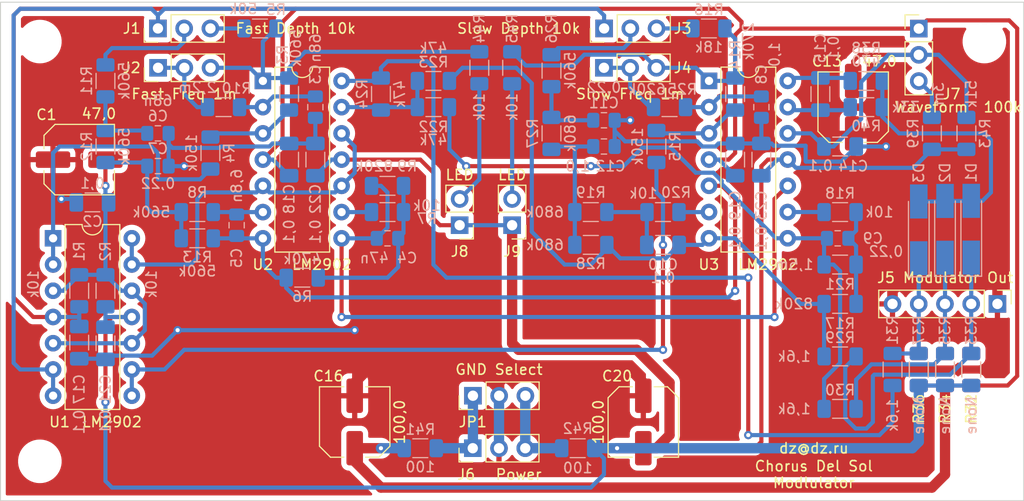
<source format=kicad_pcb>
(kicad_pcb (version 20211014) (generator pcbnew)
  (layers (0 "F.Cu" signal) (31 "B.Cu" signal) (34 "B.Paste" user) (35 "F.Paste" user) (36 "B.SilkS" user "B.Silkscreen") (37 "F.SilkS" user "F.Silkscreen") (38 "B.Mask" user) (39 "F.Mask" user) (44 "Edge.Cuts" user))
  (net 0 "")
  (net 1 "GND")
  (net 2 "Net-(C1-Pad2)")
  (net 3 "Net-(C3-Pad2)")
  (net 4 "Net-(C4-Pad1)")
  (net 5 "Net-(C4-Pad2)")
  (net 6 "Net-(C5-Pad1)")
  (net 7 "Net-(C5-Pad2)")
  (net 8 "Net-(C6-Pad2)")
  (net 9 "Net-(C7-Pad2)")
  (net 10 "Net-(C8-Pad2)")
  (net 11 "Net-(C9-Pad1)")
  (net 12 "Net-(C9-Pad2)")
  (net 13 "Net-(C10-Pad1)")
  (net 14 "Net-(C10-Pad2)")
  (net 15 "Net-(C11-Pad2)")
  (net 16 "Net-(C12-Pad2)")
  (net 17 "Net-(C13-Pad2)")
  (net 18 "Net-(C15-Pad1)")
  (net 19 "Net-(C15-Pad2)")
  (net 20 "/+V")
  (net 21 "/-V")
  (net 22 "/Mod A")
  (net 23 "Net-(D1-Pad2)")
  (net 24 "/Mod B")
  (net 25 "/Mod C")
  (net 26 "/1{slash}2 B")
  (net 27 "Net-(J1-Pad2)")
  (net 28 "Net-(J1-Pad3)")
  (net 29 "Net-(J2-Pad1)")
  (net 30 "Net-(J2-Pad3)")
  (net 31 "Net-(J3-Pad2)")
  (net 32 "Net-(J3-Pad3)")
  (net 33 "Net-(J4-Pad1)")
  (net 34 "Net-(J4-Pad3)")
  (net 35 "+15V")
  (net 36 "-15V")
  (net 37 "Net-(R3-Pad1)")
  (net 38 "/1{slash}2 A")
  (net 39 "Net-(R7-Pad2)")
  (net 40 "Net-(R14-Pad1)")
  (net 41 "/1{slash}2 C")
  (net 42 "Net-(R18-Pad2)")
  (net 43 "Net-(R20-Pad2)")
  (net 44 "Net-(R22-Pad2)")
  (net 45 "Net-(R24-Pad1)")
  (net 46 "Net-(R39-Pad1)")
  (net 47 "/1{slash}2 D")
  (net 48 "Net-(J8-Pad2)")
  (net 49 "Net-(J9-Pad2)")
  (footprint "MountingHole:MountingHole_3.2mm_M3" (layer "F.Cu") (at 36.83 34.29)
    (fp_text reference "H1" hide)
    (fp_text value "MountingHole" hide)
  )
  (footprint "Connector_PinHeader_2.54mm:PinHeader_1x03_P2.54mm_Vertical" (layer "F.Cu") (at 78.755 68.58 90)
    (fp_text reference "JP1")
    (fp_text value "GND Select")
  )
  (footprint "Package_DIP:DIP-14_W7.62mm" (layer "F.Cu") (at 58.42 38.1)
    (fp_text reference "U2")
    (fp_text value "LM2902")
  )
  (footprint "MountingHole:MountingHole_3.2mm_M3" (layer "F.Cu") (at 128.27 74.93)
    (fp_text reference "H2" hide)
    (fp_text value "MountingHole" hide)
  )
  (footprint "Connector_PinHeader_2.54mm:PinHeader_1x03_P2.54mm_Vertical" (layer "F.Cu") (at 48.26 33.02 90)
    (fp_text reference "J1")
    (fp_text value "Fast Depth 10k")
  )
  (footprint "Resistor_SMD:R_1206_3216Metric_Pad1.30x1.75mm_HandSolder" (layer "F.Cu") (at 127 66.04 90)
    (fp_text reference "R32")
    (fp_text value "2,4k")
  )
  (footprint "Capacitor_SMD:C_Elec_6.3x5.8" (layer "F.Cu") (at 115.57 40.64 90)
    (fp_text reference "C13")
    (fp_text value "47,0")
  )
  (footprint "Connector_PinHeader_2.54mm:PinHeader_1x03_P2.54mm_Vertical" (layer "F.Cu") (at 91.455 33.02 90)
    (fp_text reference "J3")
    (fp_text value "Slow Depth 10k")
  )
  (footprint "Connector_PinHeader_2.54mm:PinHeader_1x03_P2.54mm_Vertical" (layer "F.Cu") (at 121.92 33.035)
    (fp_text reference "J7")
    (fp_text value "Waveform  100k")
  )
  (footprint "Resistor_SMD:R_1206_3216Metric_Pad1.30x1.75mm_HandSolder" (layer "F.Cu") (at 124.46 66.04 90)
    (fp_text reference "R34")
    (fp_text value "2,4k")
  )
  (footprint "Capacitor_SMD:C_Elec_6.3x5.8" (layer "F.Cu") (at 67.31 71.12 90)
    (fp_text reference "C16")
    (fp_text value "100,0")
  )
  (footprint "Connector_PinHeader_2.54mm:PinHeader_1x05_P2.54mm_Vertical" (layer "F.Cu") (at 129.535 59.69 -90)
    (fp_text reference "J5")
    (fp_text value "Modulator Out")
  )
  (footprint "Connector_PinHeader_2.54mm:PinHeader_1x03_P2.54mm_Vertical" (layer "F.Cu") (at 91.44 36.83 90)
    (fp_text reference "J4")
    (fp_text value "Slow Freq 1m")
  )
  (footprint "MountingHole:MountingHole_3.2mm_M3" (layer "F.Cu") (at 36.83 74.93)
    (fp_text reference "H3" hide)
    (fp_text value "MountingHole" hide)
  )
  (footprint "Capacitor_SMD:C_Elec_6.3x5.8" (layer "F.Cu") (at 95.25 71.12 -90)
    (fp_text reference "C20")
    (fp_text value "100,0")
  )
  (footprint "Resistor_SMD:R_1206_3216Metric_Pad1.30x1.75mm_HandSolder" (layer "F.Cu") (at 121.92 66.04 90)
    (fp_text reference "R36")
    (fp_text value "2,4k")
  )
  (footprint "MountingHole:MountingHole_3.2mm_M3" (layer "F.Cu") (at 128.27 34.29)
    (fp_text reference "H4" hide)
    (fp_text value "MountingHole" hide)
  )
  (footprint "Connector_PinHeader_2.54mm:PinHeader_1x03_P2.54mm_Vertical" (layer "F.Cu") (at 48.275 36.83 90)
    (fp_text reference "J2")
    (fp_text value "Fast Freq 1m")
  )
  (footprint "Package_DIP:DIP-14_W7.62mm" (layer "F.Cu") (at 101.61 38.095)
    (fp_text reference "U3")
    (fp_text value "LM2902")
  )
  (footprint "Connector_PinHeader_2.54mm:PinHeader_1x02_P2.54mm_Vertical" (layer "F.Cu") (at 82.55 52.07 180)
    (fp_text reference "J9")
    (fp_text value "LED")
  )
  (footprint "Connector_PinHeader_2.54mm:PinHeader_1x02_P2.54mm_Vertical" (layer "F.Cu") (at 77.47 52.07 180)
    (fp_text reference "J8")
    (fp_text value "LED")
  )
  (footprint "Capacitor_SMD:C_Elec_6.3x5.8" (layer "F.Cu") (at 40.64 45.72)
    (fp_text reference "C1")
    (fp_text value "47,0")
  )
  (footprint "Connector_PinHeader_2.54mm:PinHeader_1x03_P2.54mm_Vertical" (layer "F.Cu") (at 78.74 73.66 90)
    (fp_text reference "J6")
    (fp_text value "Power")
  )
  (footprint "Package_DIP:DIP-14_W7.62mm" (layer "F.Cu") (at 38.11 53.335)
    (fp_text reference "U1")
    (fp_text value "LM2902")
  )
  (footprint "Capacitor_SMD:C_0805_2012Metric_Pad1.18x1.45mm_HandSolder" (layer "B.Cu") (at 48.26 46.345 180)
    (fp_text reference "C7")
    (fp_text value "0,22")
  )
  (footprint "Resistor_SMD:R_1206_3216Metric_Pad1.30x1.75mm_HandSolder" (layer "B.Cu") (at 60.96 39.37 90)
    (fp_text reference "R3")
    (fp_text value "560k")
  )
  (footprint "Resistor_SMD:R_1206_3216Metric_Pad1.30x1.75mm_HandSolder" (layer "B.Cu") (at 74.93 40.64 180)
    (fp_text reference "R22")
    (fp_text value "47k")
  )
  (footprint "Resistor_SMD:R_1206_3216Metric_Pad1.30x1.75mm_HandSolder" (layer "B.Cu") (at 43.18 38.1 -90)
    (fp_text reference "R11")
    (fp_text value "560k")
  )
  (footprint "Resistor_SMD:R_1206_3216Metric_Pad1.30x1.75mm_HandSolder" (layer "B.Cu") (at 54.61 40.64 180)
    (fp_text reference "R10")
    (fp_text value "2,2m")
  )
  (footprint "Diode_SMD:D_MiniMELF_Handsoldering" (layer "B.Cu") (at 127 52.46 90)
    (fp_text reference "D1")
    (fp_text value "D")
  )
  (footprint "Capacitor_SMD:C_1206_3216Metric_Pad1.33x1.80mm_HandSolder" (layer "B.Cu") (at 43.18 63.5 90)
    (fp_text reference "C21")
    (fp_text value "0,1")
  )
  (footprint "Resistor_SMD:R_1206_3216Metric_Pad1.30x1.75mm_HandSolder" (layer "B.Cu") (at 79.375 36.83 -90)
    (fp_text reference "R44")
    (fp_text value "10k")
  )
  (footprint "Resistor_SMD:R_1206_3216Metric_Pad1.30x1.75mm_HandSolder" (layer "B.Cu") (at 70.485 50.8 180)
    (fp_text reference "R7")
    (fp_text value "10k")
  )
  (footprint "Resistor_SMD:R_1206_3216Metric_Pad1.30x1.75mm_HandSolder" (layer "B.Cu") (at 114.3 59.69 180)
    (fp_text reference "R17")
    (fp_text value "820k")
  )
  (footprint "Resistor_SMD:R_1206_3216Metric_Pad1.30x1.75mm_HandSolder" (layer "B.Cu") (at 58.14 33.02 180)
    (fp_text reference "R5")
    (fp_text value "50k")
  )
  (footprint "Capacitor_SMD:C_0805_2012Metric_Pad1.18x1.45mm_HandSolder" (layer "B.Cu") (at 91.44 41.91 180)
    (fp_text reference "C11")
    (fp_text value "0,22")
  )
  (footprint "Resistor_SMD:R_1206_3216Metric_Pad1.30x1.75mm_HandSolder" (layer "B.Cu") (at 86.36 37.11 -90)
    (fp_text reference "R26")
    (fp_text value "560k")
  )
  (footprint "Resistor_SMD:R_1206_3216Metric_Pad1.30x1.75mm_HandSolder" (layer "B.Cu") (at 90.17 53.975)
    (fp_text reference "R28")
    (fp_text value "680k")
  )
  (footprint "Resistor_SMD:R_1206_3216Metric_Pad1.30x1.75mm_HandSolder" (layer "B.Cu") (at 96.52 44.45 90)
    (fp_text reference "R15")
    (fp_text value "150k")
  )
  (footprint "Resistor_SMD:R_1206_3216Metric_Pad1.30x1.75mm_HandSolder" (layer "B.Cu") (at 69.85 39.37 -90)
    (fp_text reference "R24")
    (fp_text value "47k")
  )
  (footprint "Resistor_SMD:R_1206_3216Metric_Pad1.30x1.75mm_HandSolder" (layer "B.Cu") (at 123.19 43.18 -90)
    (fp_text reference "R39")
    (fp_text value "51k")
  )
  (footprint "Capacitor_SMD:C_1206_3216Metric_Pad1.33x1.80mm_HandSolder" (layer "B.Cu") (at 40.64 63.435 -90)
    (fp_text reference "C17")
    (fp_text value "0,1")
  )
  (footprint "Capacitor_SMD:C_0805_2012Metric_Pad1.18x1.45mm_HandSolder" (layer "B.Cu") (at 48.26 43.18 180)
    (fp_text reference "C6")
    (fp_text value "68n")
  )
  (footprint "Resistor_SMD:R_1206_3216Metric_Pad1.30x1.75mm_HandSolder" (layer "B.Cu") (at 104.14 39.37 90)
    (fp_text reference "R14")
    (fp_text value "270k")
  )
  (footprint "Diode_SMD:D_MiniMELF_Handsoldering" (layer "B.Cu") (at 124.46 52.47 90)
    (fp_text reference "D2")
    (fp_text value "D")
  )
  (footprint "Capacitor_SMD:C_0805_2012Metric_Pad1.18x1.45mm_HandSolder" (layer "B.Cu") (at 63.5 40.64 90)
    (fp_text reference "C3")
    (fp_text value "68n")
  )
  (footprint "Resistor_SMD:R_1206_3216Metric_Pad1.30x1.75mm_HandSolder" (layer "B.Cu") (at 97.79 40.64 180)
    (fp_text reference "R25")
    (fp_text value "620k")
  )
  (footprint "Resistor_SMD:R_1206_3216Metric_Pad1.30x1.75mm_HandSolder" (layer "B.Cu") (at 73.66 73.66 180)
    (fp_text reference "R41")
    (fp_text value "100")
  )
  (footprint "Resistor_SMD:R_1206_3216Metric_Pad1.30x1.75mm_HandSolder" (layer "B.Cu") (at 124.46 66.04 90)
    (fp_text reference "R35")
    (fp_text value "None")
  )
  (footprint "Capacitor_SMD:C_1206_3216Metric_Pad1.33x1.80mm_HandSolder" (layer "B.Cu") (at 41.92 49.86)
    (fp_text reference "C2")
    (fp_text value "0,1")
  )
  (footprint "Resistor_SMD:R_1206_3216Metric_Pad1.30x1.75mm_HandSolder" (layer "B.Cu") (at 116.84 40.64)
    (fp_text reference "R40")
    (fp_text value "33k")
  )
  (footprint "Resistor_SMD:R_1206_3216Metric_Pad1.30x1.75mm_HandSolder" (layer "B.Cu") (at 40.64 58.42 90)
    (fp_text reference "R1")
    (fp_text value "10k")
  )
  (footprint "Capacitor_SMD:C_1206_3216Metric_Pad1.33x1.80mm_HandSolder" (layer "B.Cu") (at 112.395 39.37 -90)
    (fp_text reference "C15")
    (fp_text value "0,1")
  )
  (footprint "Resistor_SMD:R_1206_3216Metric_Pad1.30x1.75mm_HandSolder" (layer "B.Cu") (at 53.34 45.085 90)
    (fp_text reference "R4")
    (fp_text value "150k")
  )
  (footprint "Capacitor_SMD:C_1206_3216Metric_Pad1.33x1.80mm_HandSolder" (layer "B.Cu") (at 60.96 45.72 90)
    (fp_text reference "C18")
    (fp_text value "0,1")
  )
  (footprint "Resistor_SMD:R_1206_3216Metric_Pad1.30x1.75mm_HandSolder" (layer "B.Cu") (at 62.23 57.15)
    (fp_text reference "R6")
    (fp_text value "470k")
  )
  (footprint "Capacitor_SMD:C_1206_3216Metric_Pad1.33x1.80mm_HandSolder" (layer "B.Cu") (at 97.155 53.975 180)
    (fp_text reference "C10")
    (fp_text value "0,1")
  )
  (footprint "Resistor_SMD:R_1206_3216Metric_Pad1.30x1.75mm_HandSolder" (layer "B.Cu") (at 114.3 55.88)
    (fp_text reference "R21")
    (fp_text value "1,5m")
  )
  (footprint "Resistor_SMD:R_1206_3216Metric_Pad1.30x1.75mm_HandSolder" (layer "B.Cu") (at 114.3 69.85 180)
    (fp_text reference "R30")
    (fp_text value "1,6k")
  )
  (footprint "Diode_SMD:D_MiniMELF_Handsoldering" (layer "B.Cu") (at 121.92 52.52 90)
    (fp_text reference "D3")
    (fp_text value "D")
  )
  (footprint "Capacitor_SMD:C_1206_3216Metric_Pad1.33x1.80mm_HandSolder" (layer "B.Cu") (at 104.14 45.72 90)
    (fp_text reference "C19")
    (fp_text value "0,1")
  )
  (footprint "Resistor_SMD:R_1206_3216Metric_Pad1.30x1.75mm_HandSolder" (layer "B.Cu") (at 74.93 38.1 180)
    (fp_text reference "R23")
    (fp_text value "47k")
  )
  (footprint "Resistor_SMD:R_1206_3216Metric_Pad1.30x1.75mm_HandSolder" (layer "B.Cu") (at 43.18 58.42 90)
    (fp_text reference "R2")
    (fp_text value "10k")
  )
  (footprint "Resistor_SMD:R_1206_3216Metric_Pad1.30x1.75mm_HandSolder" (layer "B.Cu") (at 70.485 48.26)
    (fp_text reference "R9")
    (fp_text value "820k")
  )
  (footprint "Capacitor_SMD:C_0805_2012Metric_Pad1.18x1.45mm_HandSolder" (layer "B.Cu") (at 55.88 52.07 90)
    (fp_text reference "C5")
    (fp_text value "6,8n")
  )
  (footprint "Resistor_SMD:R_1206_3216Metric_Pad1.30x1.75mm_HandSolder" (layer "B.Cu") (at 119.38 66.04 -90)
    (fp_text reference "R31")
    (fp_text value "1,6k")
  )
  (footprint "Resistor_SMD:R_1206_3216Metric_Pad1.30x1.75mm_HandSolder" (layer "B.Cu") (at 52.07 50.8)
    (fp_text reference "R8")
    (fp_text value "560k")
  )
  (footprint "Capacitor_SMD:C_1206_3216Metric_Pad1.33x1.80mm_HandSolder" (layer "B.Cu") (at 114.3 44.45 180)
    (fp_text reference "C14")
    (fp_text value "0,1")
  )
  (footprint "Resistor_SMD:R_1206_3216Metric_Pad1.30x1.75mm_HandSolder" (layer "B.Cu") (at 127 66.04 90)
    (fp_text reference "R33")
    (fp_text value "None")
  )
  (footprint "Resistor_SMD:R_1206_3216Metric_Pad1.30x1.75mm_HandSolder" (layer "B.Cu") (at 43.18 44.45 -90)
    (fp_text reference "R12")
    (fp_text value "560k")
  )
  (footprint "Resistor_SMD:R_1206_3216Metric_Pad1.30x1.75mm_HandSolder" (layer "B.Cu") (at 116.84 38.1)
    (fp_text reference "R38")
    (fp_text value "470")
  )
  (footprint "Resistor_SMD:R_1206_3216Metric_Pad1.30x1.75mm_HandSolder" (layer "B.Cu") (at 114.3 50.8 180)
    (fp_text reference "R18")
    (fp_text value "10k")
  )
  (footprint "Capacitor_SMD:C_0805_2012Metric_Pad1.18x1.45mm_HandSolder" (layer "B.Cu") (at 70.485 53.34)
    (fp_text reference "C4")
    (fp_text value "47n")
  )
  (footprint "Resistor_SMD:R_1206_3216Metric_Pad1.30x1.75mm_HandSolder" (layer "B.Cu") (at 97.155 50.8)
    (fp_text reference "R20")
    (fp_text value "10k")
  )
  (footprint "Capacitor_SMD:C_1206_3216Metric_Pad1.33x1.80mm_HandSolder" (layer "B.Cu") (at 106.68 45.72 -90)
    (fp_text reference "C23")
    (fp_text value "0,1")
  )
  (footprint "Resistor_SMD:R_1206_3216Metric_Pad1.30x1.75mm_HandSolder" (layer "B.Cu") (at 82.55 36.83 -90)
    (fp_text reference "R45")
    (fp_text value "10k")
  )
  (footprint "Resistor_SMD:R_1206_3216Metric_Pad1.30x1.75mm_HandSolder" (layer "B.Cu") (at 126.53 43.18 90)
    (fp_text reference "R43")
    (fp_text value "3m")
  )
  (footprint "Resistor_SMD:R_1206_3216Metric_Pad1.30x1.75mm_HandSolder" (layer "B.Cu") (at 86.36 43.18 -90)
    (fp_text reference "R27")
    (fp_text value "680k")
  )
  (footprint "Resistor_SMD:R_1206_3216Metric_Pad1.30x1.75mm_HandSolder" (layer "B.Cu") (at 114.3 64.77 180)
    (fp_text reference "R29")
    (fp_text value "1,6k")
  )
  (footprint "Capacitor_SMD:C_1206_3216Metric_Pad1.33x1.80mm_HandSolder" (layer "B.Cu") (at 63.5 45.72 -90)
    (fp_text reference "C22")
    (fp_text value "0,1")
  )
  (footprint "Capacitor_SMD:C_0805_2012Metric_Pad1.18x1.45mm_HandSolder" (layer "B.Cu") (at 106.68 40.64 90)
    (fp_text reference "C8")
    (fp_text value "1,0")
  )
  (footprint "Resistor_SMD:R_1206_3216Metric_Pad1.30x1.75mm_HandSolder" (layer "B.Cu") (at 88.9 73.66)
    (fp_text reference "R42")
    (fp_text value "100")
  )
  (footprint "Resistor_SMD:R_1206_3216Metric_Pad1.30x1.75mm_HandSolder" (layer "B.Cu") (at 121.92 66.04 90)
    (fp_text reference "R37")
    (fp_text value "None")
  )
  (footprint "Capacitor_SMD:C_0805_2012Metric_Pad1.18x1.45mm_HandSolder" (layer "B.Cu") (at 91.44 44.45 180)
    (fp_text reference "C12")
    (fp_text value "1,0")
  )
  (footprint "Capacitor_SMD:C_0805_2012Metric_Pad1.18x1.45mm_HandSolder" (layer "B.Cu") (at 114.0675 53.34)
    (fp_text reference "C9")
    (fp_text value "0,22")
  )
  (footprint "Resistor_SMD:R_1206_3216Metric_Pad1.30x1.75mm_HandSolder" (layer "B.Cu") (at 101.6 33.02 180)
    (fp_text reference "R16")
    (fp_text value "18k")
  )
  (footprint "Resistor_SMD:R_1206_3216Metric_Pad1.30x1.75mm_HandSolder" (layer "B.Cu") (at 90.17 50.8)
    (fp_text reference "R19")
    (fp_text value "680k")
  )
  (footprint "Resistor_SMD:R_1206_3216Metric_Pad1.30x1.75mm_HandSolder" (layer "B.Cu") (at 52.07 53.34)
    (fp_text reference "R13")
    (fp_text value "560k")
  )
  (gr_rect (start 33.02 30.48) (end 132.08 78.74) (layer "Edge.Cuts") (width 0.1) (fill none))
  (gr_text "dz@dz.ru" (at 111.76 73.66) (layer "F.SilkS") (effects (font (size 1 1))))
  (gr_text "Chorus Del Sol\nModlulator" (at 111.76 76.2) (layer "F.SilkS") (effects (font (size 1 1))))
  (segment (start 67.31 68.5825) (end 67.31 67.31) (width 1) (layer "F.Cu") (net 1))
  (segment (start 79.375 66.04) (end 79.375 49.53) (width 1) (layer "F.Cu") (net 1))
  (segment (start 119.375 58.425) (end 120.65 57.15) (width 1) (layer "F.Cu") (net 1))
  (segment (start 50.8 48.26) (end 50.8 46.355) (width 0.4) (layer "F.Cu") (net 1))
  (segment (start 95.25 68.5825) (end 95.25 67.31) (width 1) (layer "F.Cu") (net 1))
  (segment (start 49.53 49.53) (end 50.8 48.26) (width 0.4) (layer "F.Cu") (net 1))
  (segment (start 81.295 67.96) (end 81.295 68.58) (width 1) (layer "F.Cu") (net 1))
  (segment (start 68.58 66.04) (end 79.375 66.04) (width 1) (layer "F.Cu") (net 1))
  (segment (start 49.53 49.53) (end 49.53 61.595) (width 0.4) (layer "F.Cu") (net 1))
  (segment (start 120.65 57.15) (end 128.905 57.15) (width 1) (layer "F.Cu") (net 1))
  (segment (start 93.98 46.355) (end 93.98 41.91) (width 1) (layer "F.Cu") (net 1))
  (segment (start 38.9095 49.53) (end 49.53 49.53) (width 0.4) (layer "F.Cu") (net 1))
  (segment (start 67.31 67.31) (end 68.58 66.04) (width 1) (layer "F.Cu") (net 1))
  (segment (start 119.375 59.69) (end 119.375 45.08) (width 1) (layer "F.Cu") (net 1))
  (segment (start 129.535 57.78) (end 129.535 59.69) (width 1) (layer "F.Cu") (net 1))
  (segment (start 119.375 59.69) (end 119.375 58.425) (width 1) (layer "F.Cu") (net 1))
  (segment (start 92.71 47.625) (end 93.98 46.355) (width 1) (layer "F.Cu") (net 1))
  (segment (start 79.375 49.53) (end 81.28 47.625) (width 1) (layer "F.Cu") (net 1))
  (segment (start 81.295 67.295) (end 81.295 68.58) (width 1) (layer "F.Cu") (net 1))
  (segment (start 81.28 47.625) (end 92.71 47.625) (width 1) (layer "F.Cu") (net 1))
  (segment (start 67.31 62.23) (end 67.31 68.5825) (width 0.4) (layer "F.Cu") (net 1))
  (segment (start 49.53 61.595) (end 50.165 62.23) (width 0.4) (layer "F.Cu") (net 1))
  (segment (start 128.905 57.15) (end 129.535 57.78) (width 1) (layer "F.Cu") (net 1))
  (segment (start 95.25 67.31) (end 93.98 66.04) (width 1) (layer "F.Cu") (net 1))
  (segment (start 38.1025 48.723) (end 38.9095 49.53) (width 0.4) (layer "F.Cu") (net 1))
  (segment (start 79.375 66.04) (end 81.295 67.96) (width 1) (layer "F.Cu") (net 1))
  (segment (start 93.98 66.04) (end 82.55 66.04) (width 1) (layer "F.Cu") (net 1))
  (segment (start 119.375 45.08) (end 118.745 44.45) (width 1) (layer "F.Cu") (net 1))
  (segment (start 118.745 44.45) (end 117.4725 43.1775) (width 1) (layer "F.Cu") (net 1))
  (segment (start 117.4725 43.1775) (end 115.57 43.1775) (width 1) (layer "F.Cu") (net 1))
  (segment (start 82.55 66.04) (end 81.295 67.295) (width 1) (layer "F.Cu") (net 1))
  (segment (start 38.1025 45.72) (end 38.1025 48.723) (width 0.4) (layer "F.Cu") (net 1))
  (via (at 118.745 44.45) (size 0.8) (drill 0.4) (layers "F.Cu" "B.Cu") (net 1))
  (via (at 50.165 62.23) (size 0.8) (drill 0.4) (layers "F.Cu" "B.Cu") (net 1))
  (via (at 38.9095 49.53) (size 0.8) (drill 0.4) (layers "F.Cu" "B.Cu") (net 1))
  (via (at 67.31 62.23) (size 0.8) (drill 0.4) (layers "F.Cu" "B.Cu") (net 1))
  (via (at 50.8 46.355) (size 0.8) (drill 0.4) (layers "F.Cu" "B.Cu") (net 1))
  (via (at 93.98 41.91) (size 0.8) (drill 0.4) (layers "F.Cu" "B.Cu") (net 1))
  (segment (start 102.235 44.45) (end 100.965 44.45) (width 0.4) (layer "B.Cu") (net 1))
  (segment (start 102.5275 44.1575) (end 102.235 44.45) (width 0.4) (layer "B.Cu") (net 1))
  (segment (start 106.68 41.6775) (end 106.68 44.1575) (width 0.4) (layer "B.Cu") (net 1))
  (segment (start 60.96 44.1575) (end 63.5 44.1575) (width 0.4) (layer "B.Cu") (net 1))
  (segment (start 110.965 44.375) (end 110.965 45.88) (width 0.4) (layer "B.Cu") (net 1))
  (segment (start 92.4775 41.91) (end 92.4775 42.9475) (width 0.4) (layer "B.Cu") (net 1))
  (segment (start 100.465 43.95) (end 93.48 43.95) (width 0.4) (layer "B.Cu") (net 1))
  (segment (start 46.28 64.695) (end 47.7 64.695) (width 0.4) (layer "B.Cu") (net 1))
  (segment (start 81.28 68.595) (end 81.295 68.58) (width 1) (layer "B.Cu") (net 1))
  (segment (start 40.64 64.9975) (end 43.115 64.9975) (width 0.4) (layer "B.Cu") (net 1))
  (segment (start 38.9095 49.53) (end 40.0275 49.53) (width 0.4) (layer "B.Cu") (net 1))
  (segment (start 104.14 44.1575) (end 106.68 44.1575) (width 0.4) (layer "B.Cu") (net 1))
  (segment (start 106.68 44.1575) (end 107.6575 44.1575) (width 0.4) (layer "B.Cu") (net 1))
  (segment (start 92.4775 42.9475) (end 92.4775 44.45) (width 0.4) (layer "B.Cu") (net 1))
  (segment (start 107.875 44.375) (end 110.965 44.375) (width 0.4) (layer "B.Cu") (net 1))
  (segment (start 107.6575 44.1575) (end 107.875 44.375) (width 0.4) (layer "B.Cu") (net 1))
  (segment (start 110.965 45.88) (end 110.999999 45.914999) (width 0.4) (layer "B.Cu") (net 1))
  (segment (start 43.18 65.0625) (end 43.5475 64.695) (width 0.4) (layer "B.Cu") (net 1))
  (segment (start 104.14 44.1575) (end 102.5275 44.1575) (width 0.4) (layer "B.Cu") (net 1))
  (segment (start 47.7 64.695) (end 49.53 62.865) (width 0.4) (layer "B.Cu") (net 1))
  (segment (start 110.999999 45.914999) (end 114.397501 45.914999) (width 0.4) (layer "B.Cu") (net 1))
  (segment (start 49.3075 46.355) (end 49.2975 46.345) (width 0.4) (layer "B.Cu") (net 1))
  (segment (start 60.96 44.1575) (end 59.3475 44.1575) (width 0.4) (layer "B.Cu") (net 1))
  (segment (start 43.5475 64.695) (end 46.28 64.695) (width 0.4) (layer "B.Cu") (net 1))
  (segment (start 92.4775 41.91) (end 93.98 41.91) (width 0.4) (layer "B.Cu") (net 1))
  (segment (start 49.2975 46.345) (end 49.2975 43.18) (width 0.4) (layer "B.Cu") (net 1))
  (segment (start 59.3475 44.1575) (end 59.055 44.45) (width 0.4) (layer "B.Cu") (net 1))
  (segment (start 49.2975 44.2175) (end 49.2975 43.18) (width 0.4) (layer "B.Cu") (net 1))
  (segment (start 100.965 44.45) (end 100.465 43.95) (width 0.4) (layer "B.Cu") (net 1))
  (segment (start 114.397501 45.914999) (end 115.8625 44.45) (width 0.4) (layer "B.Cu") (net 1))
  (segment (start 54.234239 44.585) (end 49.665 44.585) (width 0.4) (layer "B.Cu") (net 1))
  (segment (start 50.8 46.355) (end 49.3075 46.355) (width 0.4) (layer "B.Cu") (net 1))
  (segment (start 93.48 43.95) (end 92.4775 42.9475) (width 0.4) (layer "B.Cu") (net 1))
  (segment (start 54.369239 44.45) (end 54.234239 44.585) (width 0.4) (layer "B.Cu") (net 1))
  (segment (start 50.165 62.23) (end 67.31 62.23) (width 0.4) (layer "B.Cu") (net 1))
  (segment (start 43.115 64.9975) (end 43.18 65.0625) (width 0.4) (layer "B.Cu") (net 1))
  (segment (start 81.28 73.66) (end 81.28 68.595) (width 1) (layer "B.Cu") (net 1))
  (segment (start 59.055 44.45) (end 54.369239 44.45) (width 0.4) (layer "B.Cu") (net 1))
  (segment (start 49.53 62.865) (end 50.165 62.23) (width 0.4) (layer "B.Cu") (net 1))
  (segment (start 49.665 44.585) (end 49.2975 44.2175) (width 0.4) (layer "B.Cu") (net 1))
  (segment (start 40.0275 49.53) (end 40.3575 49.86) (width 0.4) (layer "B.Cu") (net 1))
  (segment (start 63.5 41.6775) (end 63.5 44.1575) (width 0.4) (layer "B.Cu") (net 1))
  (segment (start 115.8625 44.45) (end 118.745 44.45) (width 0.4) (layer "B.Cu") (net 1))
  (segment (start 43.1775 48.2575) (end 43.18 48.26) (width 0.4) (layer "F.Cu") (net 2))
  (segment (start 43.1775 45.72) (end 43.1775 48.2575) (width 0.4) (layer "F.Cu") (net 2))
  (via (at 43.18 48.26) (size 0.8) (drill 0.4) (layers "F.Cu" "B.Cu") (net 2))
  (segment (start 45.73 58.415) (end 46.99 59.675) (width 0.4) (layer "B.Cu") (net 2))
  (segment (start 43.18 56.87) (end 43.18 50.1625) (width 0.4) (layer "B.Cu") (net 2))
  (segment (start 43.18 48.26) (end 43.18 49.5575) (width 0.4) (layer "B.Cu") (net 2))
  (segment (start 43.18 49.5575) (end 43.4825 49.86) (width 0.4) (layer "B.Cu") (net 2))
  (segment (start 40.64 56.87) (end 43.18 56.87) (width 0.4) (layer "B.Cu") (net 2))
  (segment (start 45.73 63.495) (end 38.11 63.495) (width 0.4) (layer "B.Cu") (net 2))
  (segment (start 38.11 58.415) (end 39.095 58.415) (width 0.4) (layer "B.Cu") (net 2))
  (segment (start 39.095 58.415) (end 40.64 56.87) (width 0.4) (layer "B.Cu") (net 2))
  (segment (start 44.725 58.415) (end 43.18 56.87) (width 0.4) (layer "B.Cu") (net 2))
  (segment (start 46.99 62.235) (end 45.73 63.495) (width 0.4) (layer "B.Cu") (net 2))
  (segment (start 43.18 50.1625) (end 43.4825 49.86) (width 0.4) (layer "B.Cu") (net 2))
  (segment (start 45.73 58.415) (end 44.725 58.415) (width 0.4) (layer "B.Cu") (net 2))
  (segment (start 46.99 59.675) (end 46.99 62.235) (width 0.4) (layer "B.Cu") (net 2))
  (segment (start 59.4575 39.6025) (end 58.42 40.64) (width 0.4) (layer "B.Cu") (net 3))
  (segment (start 56.16 40.64) (end 58.42 40.64) (width 0.4) (layer "B.Cu") (net 3))
  (segment (start 63.5 39.6025) (end 59.4575 39.6025) (width 0.4) (layer "B.Cu") (net 3))
  (segment (start 107.95 49.53) (end 107.95 60.96) (width 0.4) (layer "F.Cu") (net 4))
  (segment (start 66.04 60.96) (end 66.04 53.34) (width 0.4) (layer "F.Cu") (net 4))
  (segment (start 109.23 48.255) (end 109.225 48.255) (width 0.4) (layer "F.Cu") (net 4))
  (segment (start 109.225 48.255) (end 107.95 49.53) (width 0.4) (layer "F.Cu") (net 4))
  (via (at 66.04 60.96) (size 0.8) (drill 0.4) (layers "F.Cu" "B.Cu") (net 4))
  (via (at 107.95 60.96) (size 0.8) (drill 0.4) (layers "F.Cu" "B.Cu") (net 4))
  (segment (start 69.85 48.26) (end 70.485 48.895) (width 0.4) (layer "B.Cu") (net 4))
  (segment (start 68.935 48.26) (end 69.85 48.26) (width 0.4) (layer "B.Cu") (net 4))
  (segment (start 107.95 60.96) (end 66.04 60.96) (width 0.4) (layer "B.Cu") (net 4))
  (segment (start 70.485 48.895) (end 70.485 52.3025) (width 0.4) (layer "B.Cu") (net 4))
  (segment (start 66.04 53.34) (end 69.4475 53.34) (width 0.4) (layer "B.Cu") (net 4))
  (segment (start 70.485 52.3025) (end 69.4475 53.34) (width 0.4) (layer "B.Cu") (net 4))
  (segment (start 72.035 50.8) (end 72.035 52.8275) (width 0.4) (layer "B.Cu") (net 5))
  (segment (start 72.035 52.8275) (end 71.5225 53.34) (width 0.4) (layer "B.Cu") (net 5))
  (segment (start 72.035 48.26) (end 72.035 50.8) (width 0.4) (layer "B.Cu") (net 5))
  (segment (start 71.5225 56.1125) (end 71.5225 53.34) (width 0.4) (layer "B.Cu") (net 5))
  (segment (start 70.485 57.15) (end 71.5225 56.1125) (width 0.4) (layer "B.Cu") (net 5))
  (segment (start 63.78 57.15) (end 70.485 57.15) (width 0.4) (layer "B.Cu") (net 5))
  (segment (start 102.865 48.255) (end 101.61 48.255) (width 0.4) (layer "F.Cu") (net 6))
  (segment (start 104.14 58.42) (end 104.14 49.53) (width 0.4) (layer "F.Cu") (net 6))
  (segment (start 104.14 49.53) (end 102.865 48.255) (width 0.4) (layer "F.Cu") (net 6))
  (via (at 104.14 58.42) (size 0.8) (drill 0.4) (layers "F.Cu" "B.Cu") (net 6))
  (segment (start 58.42 55.88) (end 59.69 57.15) (width 0.4) (layer "B.Cu") (net 6))
  (segment (start 60.68 57.15) (end 60.68 58.14) (width 0.4) (layer "B.Cu") (net 6))
  (segment (start 59.69 57.15) (end 60.68 57.15) (width 0.4) (layer "B.Cu") (net 6))
  (segment (start 55.6475 53.34) (end 55.88 53.1075) (width 0.4) (layer "B.Cu") (net 6))
  (segment (start 56.1125 53.34) (end 55.88 53.1075) (width 0.4) (layer "B.Cu") (net 6))
  (segment (start 58.42 53.34) (end 56.1125 53.34) (width 0.4) (layer "B.Cu") (net 6))
  (segment (start 103.505 59.055) (end 104.14 58.42) (width 0.4) (layer "B.Cu") (net 6))
  (segment (start 61.595 59.055) (end 103.505 59.055) (width 0.4) (layer "B.Cu") (net 6))
  (segment (start 53.62 53.34) (end 55.6475 53.34) (width 0.4) (layer "B.Cu") (net 6))
  (segment (start 58.42 53.34) (end 58.42 55.88) (width 0.4) (layer "B.Cu") (net 6))
  (segment (start 60.68 58.14) (end 61.595 59.055) (width 0.4) (layer "B.Cu") (net 6))
  (segment (start 58.42 50.8) (end 56.1125 50.8) (width 0.4) (layer "B.Cu") (net 7))
  (segment (start 55.6475 50.8) (end 55.88 51.0325) (width 0.4) (layer "B.Cu") (net 7))
  (segment (start 56.1125 50.8) (end 55.88 51.0325) (width 0.4) (layer "B.Cu") (net 7))
  (segment (start 53.62 50.8) (end 55.6475 50.8) (width 0.4) (layer "B.Cu") (net 7))
  (segment (start 43.18 42.9) (end 46.9425 42.9) (width 0.4) (layer "B.Cu") (net 8))
  (segment (start 46.9425 42.9) (end 47.2225 43.18) (width 0.4) (layer "B.Cu") (net 8))
  (segment (start 43.18 39.65) (end 43.18 42.9) (width 0.4) (layer "B.Cu") (net 8))
  (segment (start 47.2225 46.345) (end 47.2225 50.3975) (width 0.4) (layer "B.Cu") (net 9))
  (segment (start 50.52 53.34) (end 50.52 50.8) (width 0.4) (layer "B.Cu") (net 9))
  (segment (start 47.2225 50.3975) (end 47.625 50.8) (width 0.4) (layer "B.Cu") (net 9))
  (segment (start 47.625 50.8) (end 50.52 50.8) (width 0.4) (layer "B.Cu") (net 9))
  (segment (start 46.8775 46) (end 47.2225 46.345) (width 0.4) (layer "B.Cu") (net 9))
  (segment (start 43.18 46) (end 46.8775 46) (width 0.4) (layer "B.Cu") (net 9))
  (segment (start 101.605 40.64) (end 101.61 40.635) (width 0.4) (layer "B.Cu") (net 10))
  (segment (start 106.68 39.6025) (end 102.6425 39.6025) (width 0.4) (layer "B.Cu") (net 10))
  (segment (start 102.6425 39.6025) (end 101.61 40.635) (width 0.4) (layer "B.Cu") (net 10))
  (segment (start 99.34 40.64) (end 101.605 40.64) (width 0.4) (layer "B.Cu") (net 10))
  (segment (start 90.17 46.355) (end 78.105 46.355) (width 0.4) (layer "F.Cu") (net 11))
  (via (at 78.105 46.355) (size 0.8) (drill 0.4) (layers "F.Cu" "B.Cu") (net 11))
  (via (at 90.17 46.355) (size 0.8) (drill 0.4) (layers "F.Cu" "B.Cu") (net 11))
  (segment (start 76.48 44.73) (end 76.48 40.64) (width 0.4) (layer "B.Cu") (net 11))
  (segment (start 93.345 46.355) (end 90.17 46.355) (width 0.4) (layer "B.Cu") (net 11))
  (segment (start 102.042057 46.99) (end 100.33 46.99) (width 0.4) (layer "B.Cu") (net 11))
  (segment (start 108.09863 53.335) (end 102.84 48.07637) (width 0.4) (layer "B.Cu") (net 11))
  (segment (start 102.84 47.787943) (end 102.042057 46.99) (width 0.4) (layer "B.Cu") (net 11))
  (segment (start 114.3 65.405) (end 112.75 66.955) (width 0.4) (layer "B.Cu") (net 11))
  (segment (start 112.75 55.88) (end 113.665 55.88) (width 0.4) (layer "B.Cu") (net 11))
  (segment (start 109.23 53.335) (end 108.09863 53.335) (width 0.4) (layer "B.Cu") (net 11))
  (segment (start 95.15 44.55) (end 93.345 46.355) (width 0.4) (layer "B.Cu") (net 11))
  (segment (start 112.75 55.88) (end 112.75 53.62) (width 0.4) (layer "B.Cu") (net 11))
  (segment (start 113.665 55.88) (end 114.3 56.515) (width 0.4) (layer "B.Cu") (net 11))
  (segment (start 102.84 48.07637) (end 102.84 47.787943) (width 0.4) (layer "B.Cu") (net 11))
  (segment (start 109.23 53.335) (end 113.025 53.335) (width 0.4) (layer "B.Cu") (net 11))
  (segment (start 97.89 44.55) (end 95.15 44.55) (width 0.4) (layer "B.Cu") (net 11))
  (segment (start 78.105 46.355) (end 76.48 44.73) (width 0.4) (layer "B.Cu") (net 11))
  (segment (start 112.75 53.62) (end 113.03 53.34) (width 0.4) (layer "B.Cu") (net 11))
  (segment (start 100.33 46.99) (end 97.89 44.55) (width 0.4) (layer "B.Cu") (net 11))
  (segment (start 112.75 66.955) (end 112.75 69.85) (width 0.4) (layer "B.Cu") (net 11))
  (segment (start 113.025 53.335) (end 113.03 53.34) (width 0.4) (layer "B.Cu") (net 11))
  (segment (start 114.3 56.515) (end 114.3 65.405) (width 0.4) (layer "B.Cu") (net 11))
  (segment (start 115.85 55.88) (end 115.85 59.69) (width 0.4) (layer "B.Cu") (net 12))
  (segment (start 115.85 52.595) (end 115.105 53.34) (width 0.4) (layer "B.Cu") (net 12))
  (segment (start 115.85 50.8) (end 115.85 52.595) (width 0.4) (layer "B.Cu") (net 12))
  (segment (start 115.85 55.88) (end 115.85 54.085) (width 0.4) (layer "B.Cu") (net 12))
  (segment (start 115.85 54.085) (end 115.105 53.34) (width 0.4) (layer "B.Cu") (net 12))
  (segment (start 87.63 55.88) (end 84.455 52.705) (width 0.4) (layer "B.Cu") (net 13))
  (segment (start 101.61 53.335) (end 104.135 53.335) (width 0.4) (layer "B.Cu") (net 13))
  (segment (start 93.02 55.275) (end 97.4175 55.275) (width 0.4) (layer "B.Cu") (net 13))
  (segment (start 104.135 53.335) (end 110.49 59.69) (width 0.4) (layer "B.Cu") (net 13))
  (segment (start 110.49 59.69) (end 112.75 59.69) (width 0.4) (layer "B.Cu") (net 13))
  (segment (start 91.72 54.33) (end 90.17 55.88) (width 0.4) (layer "B.Cu") (net 13))
  (segment (start 98.7175 53.975) (end 100.97 53.975) (width 0.4) (layer "B.Cu") (net 13))
  (segment (start 100.97 53.975) (end 101.61 53.335) (width 0.4) (layer "B.Cu") (net 13))
  (segment (start 97.4175 55.275) (end 98.7175 53.975) (width 0.4) (layer "B.Cu") (net 13))
  (segment (start 91.72 53.975) (end 93.02 55.275) (width 0.4) (layer "B.Cu") (net 13))
  (segment (start 77.75 36.83) (end 76.48 38.1) (width 0.4) (layer "B.Cu") (net 13))
  (segment (start 90.17 55.88) (end 87.63 55.88) (width 0.4) (layer "B.Cu") (net 13))
  (segment (start 84.455 52.705) (end 84.455 38.340761) (width 0.4) (layer "B.Cu") (net 13))
  (segment (start 91.72 53.975) (end 91.72 54.33) (width 0.4) (layer "B.Cu") (net 13))
  (segment (start 82.944239 36.83) (end 77.75 36.83) (width 0.4) (layer "B.Cu") (net 13))
  (segment (start 84.455 38.340761) (end 82.944239 36.83) (width 0.4) (layer "B.Cu") (net 13))
  (segment (start 112.75 59.69) (end 112.75 64.77) (width 0.4) (layer "B.Cu") (net 13))
  (segment (start 95.5925 50.8125) (end 95.605 50.8) (width 0.4) (layer "B.Cu") (net 14))
  (segment (start 91.72 50.8) (end 95.605 50.8) (width 0.4) (layer "B.Cu") (net 14))
  (segment (start 95.5925 53.975) (end 95.5925 50.8125) (width 0.4) (layer "B.Cu") (net 14))
  (segment (start 86.36 38.66) (end 86.36 41.63) (width 0.4) (layer "B.Cu") (net 15))
  (segment (start 86.64 41.91) (end 86.36 41.63) (width 0.4) (layer "B.Cu") (net 15))
  (segment (start 90.4025 41.91) (end 86.64 41.91) (width 0.4) (layer "B.Cu") (net 15))
  (segment (start 86.64 44.45) (end 86.36 44.73) (width 0.4) (layer "B.Cu") (net 16))
  (segment (start 90.4025 44.45) (end 88.9 44.45) (width 0.4) (layer "B.Cu") (net 16))
  (segment (start 88.62 44.73) (end 88.9 44.45) (width 0.4) (layer "B.Cu") (net 16))
  (segment (start 88.62 53.975) (end 88.62 50.8) (width 0.4) (layer "B.Cu") (net 16))
  (segment (start 88.9 44.45) (end 86.64 44.45) (width 0.4) (layer "B.Cu") (net 16))
  (segment (start 88.62 50.8) (end 88.62 44.73) (width 0.4) (layer "B.Cu") (net 16))
  (segment (start 116.19 35.575) (end 121.92 35.575) (width 0.4) (layer "F.Cu") (net 17))
  (segment (start 115.57 38.1025) (end 115.57 36.195) (width 0.4) (layer "F.Cu") (net 17))
  (segment (start 115.57 36.195) (end 116.19 35.575) (width 0.4) (layer "F.Cu") (net 17))
  (segment (start 111.4625 43.175) (end 112.7375 44.45) (width 0.4) (layer "B.Cu") (net 17))
  (segment (start 116.34 41.775) (end 116.34 38.205761) (width 0.4) (layer "B.Cu") (net 17))
  (segment (start 113.665 44.45) (end 116.34 41.775) (width 0.4) (layer "B.Cu") (net 17))
  (segment (start 118.970761 35.575) (end 121.92 35.575) (width 0.4) (layer "B.Cu") (net 17))
  (segment (start 126.53 38.265) (end 123.84 35.575) (width 0.4) (layer "B.Cu") (net 17))
  (segment (start 116.34 38.205761) (end 118.970761 35.575) (width 0.4) (layer "B.Cu") (net 17))
  (segment (start 126.53 41.63) (end 126.53 38.265) (width 0.4) (layer "B.Cu") (net 17))
  (segment (start 109.23 43.175) (end 111.4625 43.175) (width 0.4) (layer "B.Cu") (net 17))
  (segment (start 112.7375 44.45) (end 113.665 44.45) (width 0.4) (layer "B.Cu") (net 17))
  (segment (start 123.84 35.575) (end 121.92 35.575) (width 0.4) (layer "B.Cu") (net 17))
  (segment (start 114.9975 37.8075) (end 115.29 38.1) (width 0.4) (layer "B.Cu") (net 18))
  (segment (start 112.395 37.8075) (end 109.5175 37.8075) (width 0.4) (layer "B.Cu") (net 18))
  (segment (start 109.5175 37.8075) (end 109.23 38.095) (width 0.4) (layer "B.Cu") (net 18))
  (segment (start 112.395 37.8075) (end 114.9975 37.8075) (width 0.4) (layer "B.Cu") (net 18))
  (segment (start 112.395 40.9325) (end 114.9975 40.9325) (width 0.4) (layer "B.Cu") (net 19))
  (segment (start 109.5275 40.9325) (end 109.23 40.635) (width 0.4) (layer "B.Cu") (net 19))
  (segment (start 114.9975 40.9325) (end 115.29 40.64) (width 0.4) (layer "B.Cu") (net 19))
  (segment (start 112.395 40.9325) (end 109.5275 40.9325) (width 0.4) (layer "B.Cu") (net 19))
  (segment (start 69.85 73.66) (end 67.3125 73.66) (width 1) (layer "F.Cu") (net 20))
  (segment (start 34.29 31.75) (end 34.925 31.115) (width 0.4) (layer "F.Cu") (net 20))
  (segment (start 69.85 77.47) (end 123.19 77.47) (width 1) (layer "F.Cu") (net 20))
  (segment (start 131.445 66.675) (end 131.445 33.02) (width 0.4) (layer "F.Cu") (net 20))
  (segment (start 124.46 76.2) (end 124.46 67.59) (width 1) (layer "F.Cu") (net 20))
  (segment (start 103.5 45.715) (end 101.61 45.715) (width 0.4) (layer "F.Cu") (net 20))
  (segment (start 104.76 33.035) (end 104.14 33.655) (width 0.4) (layer "F.Cu") (net 20))
  (segment (start 104.14 33.655) (end 104.14 45.085) (width 0.4) (layer "F.Cu") (net 20))
  (segment (start 121.92 33.035) (end 104.76 33.035) (width 0.4) (layer "F.Cu") (net 20))
  (segment (start 104.14 45.085) (end 103.505 45.72) (width 0.4) (layer "F.Cu") (net 20))
  (segment (start 67.3125 73.66) (end 67.31 73.6575) (width 1) (layer "F.Cu") (net 20))
  (segment (start 122.715001 32.239999) (end 121.92 33.035) (width 0.4) (layer "F.Cu") (net 20))
  (segment (start 58.42 45.72) (end 60.325 43.815) (width 0.4) (layer "F.Cu") (net 20))
  (segment (start 60.325 32.385) (end 61.595 31.115) (width 0.4) (layer "F.Cu") (net 20))
  (segment (start 123.19 77.47) (end 124.46 76.2) (width 1) (layer "F.Cu") (net 20))
  (segment (start 60.325 43.815) (end 60.325 32.385) (width 0.4) (layer "F.Cu") (net 20))
  (segment (start 67.31 73.6575) (end 67.31 74.93) (width 1) (layer "F.Cu") (net 20))
  (segment (start 127 67.59) (end 130.53 67.59) (width 0.4) (layer "F.Cu") (net 20))
  (segment (start 121.92 67.59) (end 124.46 67.59) (width 0.4) (layer "F.Cu") (net 20))
  (segment (start 124.46 67.59) (end 127 67.59) (width 0.4) (layer "F.Cu") (net 20))
  (segment (start 61.595 31.115) (end 103.505 31.115) (width 0.4) (layer "F.Cu") (net 20))
  (segment (start 34.29 59.055) (end 34.29 31.75) (width 0.4) (layer "F.Cu") (net 20))
  (segment (start 34.925 31.115) (end 61.595 31.115) (width 0.4) (layer "F.Cu") (net 20))
  (segment (start 131.445 33.02) (end 130.664999 32.239999) (width 0.4) (layer "F.Cu") (net 20))
  (segment (start 104.76 32.37) (end 104.76 33.035) (width 0.4) (layer "F.Cu") (net 20))
  (segment (start 38.11 60.955) (end 36.19 60.955) (width 0.4) (layer "F.Cu") (net 20))
  (segment (start 67.31 74.93) (end 69.85 77.47) (width 1) (layer "F.Cu") (net 20))
  (segment (start 103.505 31.115) (end 104.76 32.37) (width 0.4) (layer "F.Cu") (net 20))
  (segment (start 36.19 60.955) (end 34.29 59.055) (width 0.4) (layer "F.Cu") (net 20))
  (segment (start 130.664999 32.239999) (end 122.715001 32.239999) (width 0.4) (layer "F.Cu") (net 20))
  (segment (start 130.53 67.59) (end 131.445 66.675) (width 0.4) (layer "F.Cu") (net 20))
  (segment (start 103.505 45.72) (end 103.5 45.715) (width 0.4) (layer "F.Cu") (net 20))
  (via (at 69.85 73.66) (size 0.8) (drill 0.4) (layers "F.Cu" "B.Cu") (net 20))
  (segment (start 40.64 59.97) (end 40.64 61.8725) (width 0.4) (layer "B.Cu") (net 20))
  (segment (start 38.11 60.955) (end 40.635 60.955) (width 0.4) (layer "B.Cu") (net 20))
  (segment (start 101.61 45.715) (end 102.5725 45.715) (width 0.4) (layer "B.Cu") (net 20))
  (segment (start 72.11 73.66) (end 69.85 73.66) (width 1) (layer "B.Cu") (net 20))
  (segment (start 59.3975 45.72) (end 60.96 47.2825) (width 0.4) (layer "B.Cu") (net 20))
  (segment (start 102.5725 45.715) (end 104.14 47.2825) (width 0.4) (layer "B.Cu") (net 20))
  (segment (start 58.42 45.72) (end 59.3975 45.72) (width 0.4) (layer "B.Cu") (net 20))
  (segment (start 74.93 46.99) (end 74.93 51.435) (width 0.4) (layer "F.Cu") (net 21))
  (segment (start 77.47 52.07) (end 75.565 52.07) (width 0.4) (layer "F.Cu") (net 21))
  (segment (start 106.68 73.025) (end 106.0475 73.6575) (width 0.4) (layer "F.Cu") (net 21))
  (segment (start 43.18 61.595) (end 43.18 69.215) (width 0.4) (layer "F.Cu") (net 21))
  (segment (start 66.04 45.72) (end 73.66 45.72) (width 0.4) (layer "F.Cu") (net 21))
  (segment (start 43.82 60.955) (end 43.18 61.595) (width 0.4) (layer "F.Cu") (net 21))
  (segment (start 97.79 67.31) (end 94.615 64.135) (width 1) (layer "F.Cu") (net 21))
  (segment (start 106.68 46.355) (end 106.68 73.025) (width 0.4) (layer "F.Cu") (net 21))
  (segment (start 82.55 63.5) (end 82.55 52.07) (width 1) (layer "F.Cu") (net 21))
  (segment (start 45.73 60.955) (end 43.82 60.955) (width 0.4) (layer "F.Cu") (net 21))
  (segment (start 83.185 64.135) (end 82.55 63.5) (width 1) (layer "F.Cu") (net 21))
  (segment (start 92.71 73.66) (end 95.2475 73.66) (width 1) (layer "F.Cu") (net 21))
  (segment (start 95.2475 73.66) (end 95.25 73.6575) (width 1) (layer "F.Cu") (net 21))
  (segment (start 106.0475 73.6575) (end 96.5225 73.6575) (width 0.4) (layer "F.Cu") (net 21))
  (segment (start 73.66 45.72) (end 74.93 46.99) (width 0.4) (layer "F.Cu") (net 21))
  (segment (start 109.23 45.715) (end 107.32 45.715) (width 0.4) (layer "F.Cu") (net 21))
  (segment (start 107.32 45.715) (end 106.68 46.355) (width 0.4) (layer "F.Cu") (net 21))
  (segment (start 97.79 72.39) (end 97.79 67.31) (width 1) (layer "F.Cu") (net 21))
  (segment (start 94.615 64.135) (end 83.185 64.135) (width 1) (layer "F.Cu") (net 21))
  (segment (start 95.25 73.6575) (end 96.5225 73.6575) (width 1) (layer "F.Cu") (net 21))
  (segment (start 75.565 52.07) (end 74.93 51.435) (width 0.4) (layer "F.Cu") (net 21))
  (segment (start 96.5225 73.6575) (end 97.79 72.39) (width 1) (layer "F.Cu") (net 21))
  (via (at 43.18 69.215) (size 0.8) (drill 0.4) (layers "F.Cu" "B.Cu") (net 21))
  (via (at 92.71 73.66) (size 0.8) (drill 0.4) (layers "F.Cu" "B.Cu") (net 21))
  (segment (start 109.23 45.715) (end 108.2475 45.715) (width 0.4) (layer "B.Cu") (net 21))
  (segment (start 121.92 67.59) (end 124.46 67.59) (width 0.4) (layer "B.Cu") (net 21))
  (segment (start 43.18 60.96) (end 43.18 61.9375) (width 0.4) (layer "B.Cu") (net 21))
  (segment (start 124.46 67.59) (end 127 67.59) (width 0.4) (layer "B.Cu") (net 21))
  (segment (start 92.71 73.66) (end 121.285 73.66) (width 1) (layer "B.Cu") (net 21))
  (segment (start 43.18 69.215) (end 43.18 76.835) (width 0.4) (layer "B.Cu") (net 21))
  (segment (start 66.04 45.72) (end 65.0625 45.72) (width 0.4) (layer "B.Cu") (net 21))
  (segment (start 91.44 76.2) (end 91.44 74.65) (width 0.4) (layer "B.Cu") (net 21))
  (segment (start 109.23 45.715) (end 110.029999 46.514999) (width 0.4) (layer "B.Cu") (net 21))
  (segment (start 110.029999 46.514999) (end 121.405001 46.514999) (width 0.4) (layer "B.Cu") (net 21))
  (segment (start 65.0625 45.72) (end 63.5 47.2825) (width 0.4) (layer "B.Cu") (net 21))
  (segment (start 43.185 60.955) (end 43.18 60.96) (width 0.4) (layer "B.Cu") (net 21))
  (segment (start 90.17 77.47) (end 91.44 76.2) (width 0.4) (layer "B.Cu") (net 21))
  (segment (start 43.815 77.47) (end 90.17 77.47) (width 0.4) (layer "B.Cu") (net 21))
  (segment (start 77.47 52.07) (end 82.55 52.07) (width 0.4) (layer "B.Cu") (net 21))
  (segment (start 108.2475 45.715) (end 106.68 47.2825) (width 0.4) (layer "B.Cu") (net 21))
  (segment (start 123.19 44.73) (end 126.53 44.73) (width 0.4) (layer "B.Cu") (net 21))
  (segment (start 43.18 59.97) (end 43.18 60.96) (width 0.4) (layer "B.Cu") (net 21))
  (segment (start 121.285 73.66) (end 121.92 73.025) (width 1) (layer "B.Cu") (net 21))
  (segment (start 121.405001 46.514999) (end 123.19 44.73) (width 0.4) (layer "B.Cu") (net 21))
  (segment (start 121.92 73.025) (end 121.92 67.59) (width 1) (layer "B.Cu") (net 21))
  (segment (start 43.18 76.835) (end 43.815 77.47) (width 0.4) (layer "B.Cu") (net 21))
  (segment (start 45.73 60.955) (end 43.185 60.955) (width 0.4) (layer "B.Cu") (net 21))
  (segment (start 91.44 74.65) (end 90.45 73.66) (width 0.4) (layer "B.Cu") (net 21))
  (segment (start 90.45 73.66) (end 92.71 73.66) (width 1) (layer "B.Cu") (net 21))
  (segment (start 117.475 66.675) (end 117.475 71.12) (width 0.4) (layer "B.Cu") (net 22))
  (segment (start 114.8 70.744239) (end 114.8 65.82) (width 0.4) (layer "B.Cu") (net 22))
  (segment (start 115.810761 71.755) (end 114.8 70.744239) (width 0.4) (layer "B.Cu") (net 22))
  (segment (start 124.95 66.54) (end 117.61 66.54) (width 0.4) (layer "B.Cu") (net 22))
  (segment (start 114.8 65.82) (end 115.85 64.77) (width 0.4) (layer "B.Cu") (net 22))
  (segment (start 126.995 59.69) (end 126.995 64.485) (width 0.4) (layer "B.Cu") (net 22))
  (segment (start 117.475 71.12) (end 116.84 71.755) (width 0.4) (layer "B.Cu") (net 22))
  (segment (start 127 64.49) (end 124.95 66.54) (width 0.4) (layer "B.Cu") (net 22))
  (segment (start 116.84 71.755) (end 115.810761 71.755) (width 0.4) (layer "B.Cu") (net 22))
  (segment (start 126.995 64.485) (end 127 64.49) (width 0.4) (layer "B.Cu") (net 22))
  (segment (start 127 55.21) (end 127 59.685) (width 0.4) (layer "B.Cu") (net 22))
  (segment (start 117.61 66.54) (end 117.475 66.675) (width 0.4) (layer "B.Cu") (net 22))
  (segment (start 128.905 48.895) (end 128.09 49.71) (width 0.4) (layer "B.Cu") (net 23))
  (segment (start 124.46 49.72) (end 126.99 49.72) (width 0.4) (layer "B.Cu") (net 23))
  (segment (start 118.39 40.64) (end 118.39 41.555) (width 0.4) (layer "B.Cu") (net 23))
  (segment (start 124.41 49.77) (end 124.46 49.72) (width 0.4) (layer "B.Cu") (net 23))
  (segment (start 118.39 38.1) (end 118.39 40.64) (width 0.4) (layer "B.Cu") (net 23))
  (segment (start 121.92 49.77) (end 124.41 49.77) (width 0.4) (layer "B.Cu") (net 23))
  (segment (start 128.905 43.815) (end 128.905 48.895) (width 0.4) (layer "B.Cu") (net 23))
  (segment (start 118.39 41.555) (end 120.015 43.18) (width 0.4) (layer "B.Cu") (net 23))
  (segment (start 126.99 49.72) (end 127 49.71) (width 0.4) (layer "B.Cu") (net 23))
  (segment (start 120.015 43.18) (end 128.27 43.18) (width 0.4) (layer "B.Cu") (net 23))
  (segment (start 128.27 43.18) (end 128.905 43.815) (width 0.4) (layer "B.Cu") (net 23))
  (segment (start 128.09 49.71) (end 127 49.71) (width 0.4) (layer "B.Cu") (net 23))
  (segment (start 124.46 55.22) (end 124.46 59.685) (width 0.4) (layer "B.Cu") (net 24))
  (segment (start 115.85 67.03) (end 115.85 69.85) (width 0.4) (layer "B.Cu") (net 24))
  (segment (start 124.455 64.485) (end 124.455 59.69) (width 0.4) (layer "B.Cu") (net 24))
  (segment (start 124.46 64.49) (end 124.455 64.485) (width 0.4) (layer "B.Cu") (net 24))
  (segment (start 124.46 59.685) (end 124.455 59.69) (width 0.4) (layer "B.Cu") (net 24))
  (segment (start 117.34 65.54) (end 115.85 67.03) (width 0.4) (layer "B.Cu") (net 24))
  (segment (start 124.46 64.49) (end 123.41 65.54) (width 0.4) (layer "B.Cu") (net 24))
  (segment (start 123.41 65.54) (end 117.34 65.54) (width 0.4) (layer "B.Cu") (net 24))
  (segment (start 121.915 64.485) (end 121.915 59.69) (width 0.4) (layer "B.Cu") (net 25))
  (segment (start 121.92 55.27) (end 121.92 59.685) (width 0.4) (layer "B.Cu") (net 25))
  (segment (start 121.92 59.685) (end 121.915 59.69) (width 0.4) (layer "B.Cu") (net 25))
  (segment (start 121.92 64.49) (end 119.38 64.49) (width 0.4) (layer "B.Cu") (net 25))
  (segment (start 121.92 64.49) (end 121.915 64.485) (width 0.4) (layer "B.Cu") (net 25))
  (segment (start 90.805 31.115) (end 48.895 31.115) (width 0.4) (layer "B.Cu") (net 26))
  (segment (start 34.29 31.75) (end 34.925 31.115) (width 0.4) (layer "B.Cu") (net 26))
  (segment (start 34.925 31.115) (end 47.625 31.115) (width 0.4) (layer "B.Cu") (net 26))
  (segment (start 34.29 65.405) (end 34.29 31.75) (width 0.4) (layer "B.Cu") (net 26))
  (segment (start 91.455 33.02) (end 91.455 31.765) (width 0.4) (layer "B.Cu") (net 26))
  (segment (start 48.26 31.75) (end 48.26 33.02) (width 0.4) (layer "B.Cu") (net 26))
  (segment (start 48.895 31.115) (end 48.26 31.75) (width 0.4) (layer "B.Cu") (net 26))
  (segment (start 38.11 68.575) (end 38.11 66.035) (width 0.4) (layer "B.Cu") (net 26))
  (segment (start 34.92 66.035) (end 34.29 65.405) (width 0.4) (layer "B.Cu") (net 26))
  (segment (start 38.11 66.035) (end 34.92 66.035) (width 0.4) (layer "B.Cu") (net 26))
  (segment (start 47.625 31.115) (end 48.26 31.75) (width 0.4) (layer "B.Cu") (net 26))
  (segment (start 91.455 31.765) (end 90.805 31.115) (width 0.4) (layer "B.Cu") (net 26))
  (segment (start 50.8 34.29) (end 50.165 34.925) (width 0.4) (layer "B.Cu") (net 27))
  (segment (start 50.165 34.925) (end 43.815 34.925) (width 0.4) (layer "B.Cu") (net 27))
  (segment (start 50.8 33.02) (end 50.8 34.29) (width 0.4) (layer "B.Cu") (net 27))
  (segment (start 43.18 35.56) (end 43.18 36.55) (width 0.4) (layer "B.Cu") (net 27))
  (segment (start 43.815 34.925) (end 43.18 35.56) (width 0.4) (layer "B.Cu") (net 27))
  (segment (start 53.34 33.02) (end 56.59 33.02) (width 0.4) (layer "B.Cu") (net 28))
  (segment (start 52.07 40.64) (end 53.06 40.64) (width 0.4) (layer "B.Cu") (net 29))
  (segment (start 50.815 39.385) (end 52.07 40.64) (width 0.4) (layer "B.Cu") (net 29))
  (segment (start 48.275 36.83) (end 50.815 36.83) (width 0.4) (layer "B.Cu") (net 29))
  (segment (start 50.815 36.83) (end 50.815 39.385) (width 0.4) (layer "B.Cu") (net 29))
  (segment (start 62.51 35.28) (end 60.96 36.83) (width 0.4) (layer "B.Cu") (net 30))
  (segment (start 79.375 35.28) (end 62.51 35.28) (width 0.4) (layer "B.Cu") (net 30))
  (segment (start 58.7 37.82) (end 58.42 38.1) (width 0.4) (layer "B.Cu") (net 30))
  (segment (start 53.355 36.83) (end 57.15 36.83) (width 0.4) (layer "B.Cu") (net 30))
  (segment (start 58.42 34.29) (end 58.42 38.1) (width 0.4) (layer "B.Cu") (net 30))
  (segment (start 57.15 36.83) (end 58.42 38.1) (width 0.4) (layer "B.Cu") (net 30))
  (segment (start 59.69 33.02) (end 58.42 34.29) (width 0.4) (layer "B.Cu") (net 30))
  (segment (start 60.96 36.83) (end 60.96 37.82) (width 0.4) (layer "B.Cu") (net 30))
  (segment (start 60.96 37.82) (end 58.7 37.82) (width 0.4) (layer "B.Cu") (net 30))
  (segment (start 93.995 34.275) (end 93.995 33.02) (width 0.4) (layer "B.Cu") (net 31))
  (segment (start 86.36 35.56) (end 86.995 34.925) (width 0.4) (layer "B.Cu") (net 31))
  (segment (start 93.345 34.925) (end 93.995 34.275) (width 0.4) (layer "B.Cu") (net 31))
  (segment (start 86.995 34.925) (end 93.345 34.925) (width 0.4) (layer "B.Cu") (net 31))
  (segment (start 96.535 33.02) (end 100.05 33.02) (width 0.4) (layer "B.Cu") (net 32))
  (segment (start 91.44 36.83) (end 93.98 36.83) (width 0.4) (layer "B.Cu") (net 33))
  (segment (start 93.98 36.83) (end 93.98 38.735) (width 0.4) (layer "B.Cu") (net 33))
  (segment (start 93.98 38.735) (end 95.885 40.64) (width 0.4) (layer "B.Cu") (net 33))
  (segment (start 95.885 40.64) (end 96.24 40.64) (width 0.4) (layer "B.Cu") (net 33))
  (segment (start 96.52 36.83) (end 95.25 35.56) (width 0.4) (layer "B.Cu") (net 34))
  (segment (start 103.865 38.095) (end 104.14 37.82) (width 0.4) (layer "B.Cu") (net 34))
  (segment (start 100.345 36.83) (end 101.61 38.095) (width 0.4) (layer "B.Cu") (net 34))
  (segment (start 88.485 36.61) (end 89.535 35.56) (width 0.4) (layer "B.Cu") (net 34))
  (segment (start 104.14 37.82) (end 104.14 34.01) (width 0.4) (layer "B.Cu") (net 34))
  (segment (start 104.14 34.01) (end 103.15 33.02) (width 0.4) (layer "B.Cu") (net 34))
  (segment (start 95.25 35.56) (end 89.535 35.56) (width 0.4) (layer "B.Cu") (net 34))
  (segment (start 82.55 35.28) (end 83.88 36.61) (width 0.4) (layer "B.Cu") (net 34))
  (segment (start 83.88 36.61) (end 88.485 36.61) (width 0.4) (layer "B.Cu") (net 34))
  (segment (start 101.61 38.095) (end 103.865 38.095) (width 0.4) (layer "B.Cu") (net 34))
  (segment (start 96.52 36.83) (end 100.345 36.83) (width 0.4) (layer "B.Cu") (net 34))
  (segment (start 78.755 73.645) (end 78.74 73.66) (width 1) (layer "B.Cu") (net 35))
  (segment (start 78.74 73.66) (end 75.21 73.66) (width 1) (layer "B.Cu") (net 35))
  (segment (start 78.755 68.58) (end 78.755 73.645) (width 1) (layer "B.Cu") (net 35))
  (segment (start 83.82 73.66) (end 87.35 73.66) (width 1) (layer "B.Cu") (net 36))
  (segment (start 83.82 73.66) (end 83.82 68.595) (width 1) (layer "B.Cu") (net 36))
  (segment (start 83.82 68.595) (end 83.835 68.58) (width 1) (layer "B.Cu") (net 36))
  (segment (start 58.42 43.18) (end 58.7 43.18) (width 0.4) (layer "B.Cu") (net 37))
  (segment (start 58.7 43.18) (end 60.96 40.92) (width 0.4) (layer "B.Cu") (net 37))
  (segment (start 58.42 43.18) (end 53.695 43.18) (width 0.4) (layer "B.Cu") (net 37))
  (segment (start 53.695 43.18) (end 53.34 43.535) (width 0.4) (layer "B.Cu") (net 37))
  (segment (start 38.11 55.875) (end 38.11 53.335) (width 0.4) (layer "B.Cu") (net 38))
  (segment (start 47.625 44.45) (end 38.735 44.45) (width 0.4) (layer "B.Cu") (net 38))
  (segment (start 38.11 45.095) (end 38.11 53.335) (width 0.4) (layer "B.Cu") (net 38))
  (segment (start 53.34 46.635) (end 52.35 47.625) (width 0.4) (layer "B.Cu") (net 38))
  (segment (start 48.26 47.625) (end 48.26 45.085) (width 0.4) (layer "B.Cu") (net 38))
  (segment (start 48.26 45.085) (end 47.625 44.45) (width 0.4) (layer "B.Cu") (net 38))
  (segment (start 52.35 47.625) (end 48.26 47.625) (width 0.4) (layer "B.Cu") (net 38))
  (segment (start 38.1 45.085) (end 38.11 45.095) (width 0.4) (layer "B.Cu") (net 38))
  (segment (start 38.735 44.45) (end 38.1 45.085) (width 0.4) (layer "B.Cu") (net 38))
  (segment (start 66.04 50.8) (end 68.935 50.8) (width 0.4) (layer "B.Cu") (net 39))
  (segment (start 104.14 40.92) (end 103.865 40.92) (width 0.4) (layer "B.Cu") (net 40))
  (segment (start 96.52 42.9) (end 96.795 43.175) (width 0.4) (layer "B.Cu") (net 40))
  (segment (start 96.795 43.175) (end 101.61 43.175) (width 0.4) (layer "B.Cu") (net 40))
  (segment (start 103.865 40.92) (end 101.61 43.175) (width 0.4) (layer "B.Cu") (net 40))
  (segment (start 97.155 53.975) (end 97.155 64.135) (width 0.4) (layer "F.Cu") (net 41))
  (via (at 97.155 53.975) (size 0.8) (drill 0.4) (layers "F.Cu" "B.Cu") (net 41))
  (via (at 97.155 64.135) (size 0.8) (drill 0.4) (layers "F.Cu" "B.Cu") (net 41))
  (segment (start 45.73 68.575) (end 45.73 66.035) (width 0.4) (layer "B.Cu") (net 41))
  (segment (start 96.52 48.895) (end 97.155 49.53) (width 0.4) (layer "B.Cu") (net 41))
  (segment (start 96.52 46) (end 96.52 48.895) (width 0.4) (layer "B.Cu") (net 41))
  (segment (start 97.155 49.53) (end 97.155 53.975) (width 0.4) (layer "B.Cu") (net 41))
  (segment (start 48.9 66.035) (end 50.8 64.135) (width 0.4) (layer "B.Cu") (net 41))
  (segment (start 45.73 66.035) (end 48.9 66.035) (width 0.4) (layer "B.Cu") (net 41))
  (segment (start 50.8 64.135) (end 97.155 64.135) (width 0.4) (layer "B.Cu") (net 41))
  (segment (start 112.745 50.795) (end 112.75 50.8) (width 0.4) (layer "B.Cu") (net 42))
  (segment (start 109.23 50.795) (end 112.745 50.795) (width 0.4) (layer "B.Cu") (net 42))
  (segment (start 101.605 50.8) (end 101.61 50.795) (width 0.4) (layer "B.Cu") (net 43))
  (segment (start 98.705 50.8) (end 101.605 50.8) (width 0.4) (layer "B.Cu") (net 43))
  (segment (start 69.57 40.64) (end 69.85 40.92) (width 0.4) (layer "B.Cu") (net 44))
  (segment (start 66.04 40.64) (end 69.57 40.64) (width 0.4) (layer "B.Cu") (net 44))
  (segment (start 73.38 38.1) (end 73.38 40.64) (width 0.4) (layer "B.Cu") (net 44))
  (segment (start 73.38 40.64) (end 70.13 40.64) (width 0.4) (layer "B.Cu") (net 44))
  (segment (start 70.13 40.64) (end 69.85 40.92) (width 0.4) (layer "B.Cu") (net 44))
  (segment (start 105.41 57.15) (end 105.41 72.39) (width 0.4) (layer "F.Cu") (net 45))
  (via (at 105.41 57.15) (size 0.8) (drill 0.4) (layers "F.Cu" "B.Cu") (net 45))
  (via (at 105.41 72.39) (size 0.8) (drill 0.4) (layers "F.Cu" "B.Cu") (net 45))
  (segment (start 118.11 72.39) (end 119.38 71.12) (width 0.4) (layer "B.Cu") (net 45))
  (segment (start 69.85 36.83) (end 69.85 37.82) (width 0.4) (layer "B.Cu") (net 45))
  (segment (start 74.93 55.88) (end 74.93 36.83) (width 0.4) (layer "B.Cu") (net 45))
  (segment (start 105.41 72.39) (end 118.11 72.39) (width 0.4) (layer "B.Cu") (net 45))
  (segment (start 69.57 38.1) (end 69.85 37.82) (width 0.4) (layer "B.Cu") (net 45))
  (segment (start 66.04 38.1) (end 69.57 38.1) (width 0.4) (layer "B.Cu") (net 45))
  (segment (start 76.2 57.15) (end 74.93 55.88) (width 0.4) (layer "B.Cu") (net 45))
  (segment (start 105.41 57.15) (end 76.2 57.15) (width 0.4) (layer "B.Cu") (net 45))
  (segment (start 119.38 71.12) (end 119.38 67.59) (width 0.4) (layer "B.Cu") (net 45))
  (segment (start 74.93 36.83) (end 74.295 36.195) (width 0.4) (layer "B.Cu") (net 45))
  (segment (start 74.295 36.195) (end 70.485 36.195) (width 0.4) (layer "B.Cu") (net 45))
  (segment (start 70.485 36.195) (end 69.85 36.83) (width 0.4) (layer "B.Cu") (net 45))
  (segment (start 123.19 39.385) (end 121.92 38.115) (width 0.4) (layer "B.Cu") (net 46))
  (segment (start 123.19 41.63) (end 123.19 39.385) (width 0.4) (layer "B.Cu") (net 46))
  (segment (start 67.31 44.45) (end 67.31 46.99) (width 0.4) (layer "B.Cu") (net 47))
  (segment (start 66.04 43.18) (end 67.31 44.45) (width 0.4) (layer "B.Cu") (net 47))
  (segment (start 59.055 48.895) (end 65.405 48.895) (width 0.4) (layer "B.Cu") (net 47))
  (segment (start 52.07 55.245) (end 52.07 49.53) (width 0.4) (layer "B.Cu") (net 47))
  (segment (start 51.44 55.875) (end 52.07 55.245) (width 0.4) (layer "B.Cu") (net 47))
  (segment (start 52.705 48.895) (end 57.785 48.895) (width 0.4) (layer "B.Cu") (net 47))
  (segment (start 57.785 48.895) (end 58.42 48.26) (width 0.4) (layer "B.Cu") (net 47))
  (segment (start 45.73 53.335) (end 45.73 55.875) (width 0.4) (layer "B.Cu") (net 47))
  (segment (start 45.73 55.875) (end 51.44 55.875) (width 0.4) (layer "B.Cu") (net 47))
  (segment (start 65.405 48.895) (end 66.04 48.26) (width 0.4) (layer "B.Cu") (net 47))
  (segment (start 52.07 49.53) (end 52.705 48.895) (width 0.4) (layer "B.Cu") (net 47))
  (segment (start 58.42 48.26) (end 59.055 48.895) (width 0.4) (layer "B.Cu") (net 47))
  (segment (start 67.31 46.99) (end 66.04 48.26) (width 0.4) (layer "B.Cu") (net 47))
  (segment (start 79.375 47.625) (end 77.47 49.53) (width 0.4) (layer "B.Cu") (net 48))
  (segment (start 79.375 38.38) (end 79.375 47.625) (width 0.4) (layer "B.Cu") (net 48))
  (segment (start 82.55 38.38) (end 82.55 49.53) (width 0.4) (layer "B.Cu") (net 49))
  (zone (net 1) (net_name "GND") (layer "F.Cu") (connect_pads (clearance 0.508)) (min_thickness 0.254) (fill yes (thermal_gap 0.508) (thermal_bridge_width 0.508))
    (polygon (pts (xy 132.08 78.74) (xy 33.02 78.74) (xy 33.02 30.48) (xy 132.08 30.48)))
  )
)
</source>
